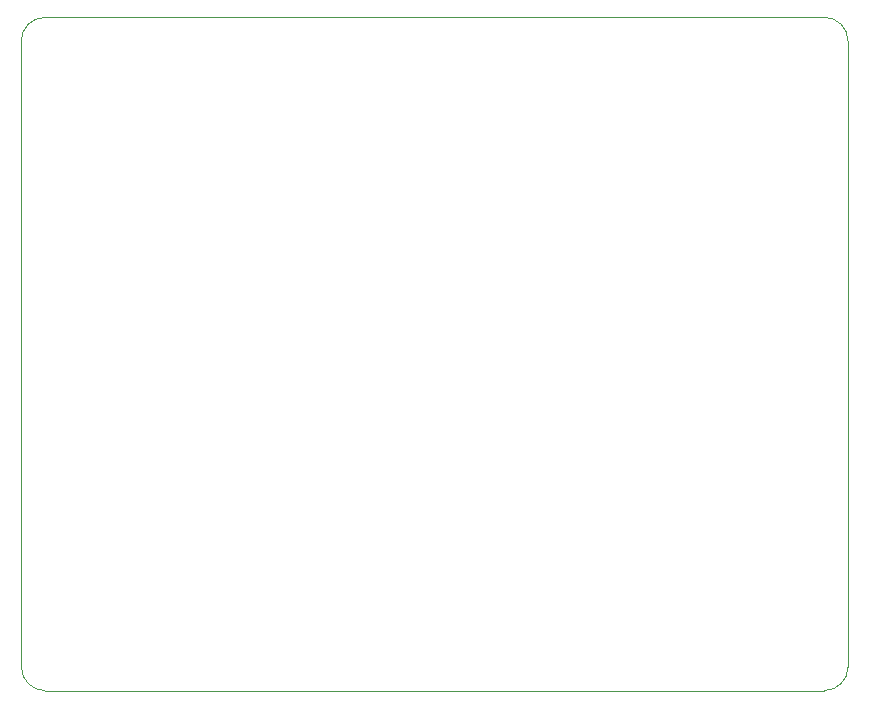
<source format=gbp>
G04*
G04 #@! TF.GenerationSoftware,Altium Limited,Altium Designer,23.9.2 (47)*
G04*
G04 Layer_Color=6922405*
%FSLAX44Y44*%
%MOMM*%
G71*
G04*
G04 #@! TF.SameCoordinates,B568AE66-8DF3-4FEE-8232-9B1AC1FE23A7*
G04*
G04*
G04 #@! TF.FilePolarity,Positive*
G04*
G01*
G75*
%ADD10C,0.1000*%
D10*
X20000Y570000D02*
G03*
X0Y550000I0J-20000D01*
G01*
X700000D02*
G03*
X680000Y570000I-20000J0D01*
G01*
X680000Y0D02*
G03*
X700000Y20000I0J20000D01*
G01*
X0D02*
G03*
X20000Y0I20000J0D01*
G01*
X700000Y550000D02*
X700000Y20000D01*
X20000Y570000D02*
X680000D01*
X-0Y550000D02*
X0Y20000D01*
X20000Y0D02*
X680000D01*
M02*

</source>
